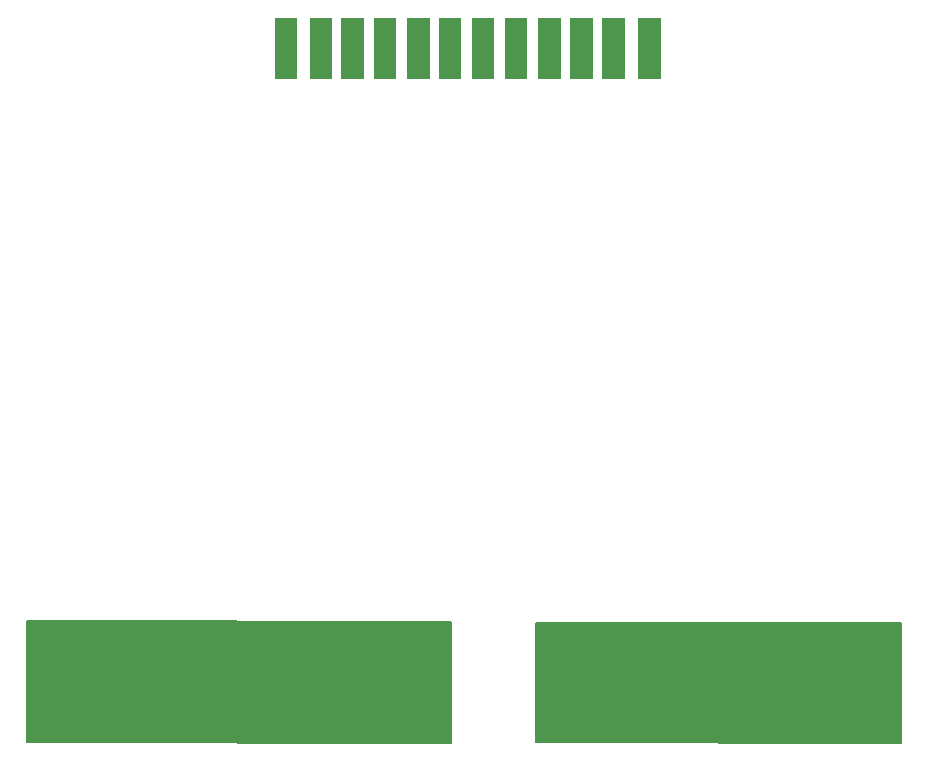
<source format=gbr>
%TF.GenerationSoftware,KiCad,Pcbnew,(6.0.2)*%
%TF.CreationDate,2022-05-14T16:30:45-05:00*%
%TF.ProjectId,REF1156 Mod 1110,52454631-3135-4362-904d-6f6420313131,rev?*%
%TF.SameCoordinates,Original*%
%TF.FileFunction,Soldermask,Bot*%
%TF.FilePolarity,Negative*%
%FSLAX46Y46*%
G04 Gerber Fmt 4.6, Leading zero omitted, Abs format (unit mm)*
G04 Created by KiCad (PCBNEW (6.0.2)) date 2022-05-14 16:30:45*
%MOMM*%
%LPD*%
G01*
G04 APERTURE LIST*
%ADD10C,0.000000*%
%ADD11C,0.640000*%
G04 APERTURE END LIST*
D10*
G36*
X137938000Y-78920400D02*
G01*
X136038000Y-78920400D01*
X136038000Y-73800400D01*
X137938000Y-73800400D01*
X137938000Y-78920400D01*
G37*
D11*
X132860500Y-125215700D02*
X132860500Y-134740700D01*
X179056800Y-125255400D02*
X179056800Y-134780400D01*
D10*
G36*
X154646500Y-78920400D02*
G01*
X152746500Y-78920400D01*
X152746500Y-73800400D01*
X154646500Y-73800400D01*
X154646500Y-78920400D01*
G37*
D11*
X161991200Y-125255400D02*
X161991200Y-134780400D01*
X155919000Y-125255400D02*
X155919000Y-134780400D01*
X157982700Y-125255400D02*
X157982700Y-134780400D01*
X127859900Y-125215700D02*
X127859900Y-134740700D01*
X177072400Y-125255400D02*
X177072400Y-134780400D01*
X125835900Y-125215700D02*
X125835900Y-134740700D01*
X109802100Y-125215700D02*
X109802100Y-134740700D01*
D10*
G36*
X135279000Y-78920400D02*
G01*
X133379000Y-78920400D01*
X133379000Y-73800400D01*
X135279000Y-73800400D01*
X135279000Y-78920400D01*
G37*
G36*
X160044000Y-78920400D02*
G01*
X158144000Y-78920400D01*
X158144000Y-73800400D01*
X160044000Y-73800400D01*
X160044000Y-78920400D01*
G37*
G36*
X146193000Y-78920400D02*
G01*
X144293000Y-78920400D01*
X144293000Y-73800400D01*
X146193000Y-73800400D01*
X146193000Y-78920400D01*
G37*
D11*
X142901500Y-125215700D02*
X142901500Y-134740700D01*
D10*
G36*
X163099900Y-78920400D02*
G01*
X161199900Y-78920400D01*
X161199900Y-73800400D01*
X163099900Y-73800400D01*
X163099900Y-78920400D01*
G37*
D11*
X119803300Y-125215700D02*
X119803300Y-134740700D01*
D10*
G36*
X143534000Y-78920400D02*
G01*
X141634000Y-78920400D01*
X141634000Y-73800400D01*
X143534000Y-73800400D01*
X143534000Y-78920400D01*
G37*
D11*
X126828000Y-125215700D02*
X126828000Y-134740700D01*
D10*
G36*
X143534000Y-78920400D02*
G01*
X141634000Y-78920400D01*
X141634000Y-73800400D01*
X143534000Y-73800400D01*
X143534000Y-78920400D01*
G37*
G36*
X137938000Y-78920400D02*
G01*
X136038000Y-78920400D01*
X136038000Y-73800400D01*
X137938000Y-73800400D01*
X137938000Y-78920400D01*
G37*
D11*
X114763000Y-125215700D02*
X114763000Y-134740700D01*
D10*
G36*
X140716200Y-78920400D02*
G01*
X138816200Y-78920400D01*
X138816200Y-73800400D01*
X140716200Y-73800400D01*
X140716200Y-78920400D01*
G37*
D11*
X120795500Y-125215700D02*
X120795500Y-134740700D01*
X156950900Y-125255400D02*
X156950900Y-134780400D01*
X135876800Y-125215700D02*
X135876800Y-134740700D01*
X134844900Y-125215700D02*
X134844900Y-134740700D01*
X154926800Y-125255400D02*
X154926800Y-134780400D01*
X133852700Y-125215700D02*
X133852700Y-134740700D01*
D10*
G36*
X149010900Y-78920400D02*
G01*
X147110900Y-78920400D01*
X147110900Y-73800400D01*
X149010900Y-73800400D01*
X149010900Y-78920400D01*
G37*
D11*
X143933300Y-125215700D02*
X143933300Y-134740700D01*
X153934600Y-125255400D02*
X153934600Y-134780400D01*
X122819600Y-125215700D02*
X122819600Y-134740700D01*
X169015900Y-125255400D02*
X169015900Y-134780400D01*
X110714900Y-125215700D02*
X110714900Y-134740700D01*
X152942400Y-125255400D02*
X152942400Y-134780400D01*
D10*
G36*
X132342100Y-78920400D02*
G01*
X130442100Y-78920400D01*
X130442100Y-73800400D01*
X132342100Y-73800400D01*
X132342100Y-78920400D01*
G37*
G36*
X149010900Y-78920400D02*
G01*
X147110900Y-78920400D01*
X147110900Y-73800400D01*
X149010900Y-73800400D01*
X149010900Y-78920400D01*
G37*
D11*
X112699300Y-125215700D02*
X112699300Y-134740700D01*
X111707100Y-125215700D02*
X111707100Y-134740700D01*
X123811800Y-125215700D02*
X123811800Y-134740700D01*
X128852100Y-125215700D02*
X128852100Y-134740700D01*
X144925500Y-125215700D02*
X144925500Y-134740700D01*
X115755200Y-125215700D02*
X115755200Y-134740700D01*
X175048300Y-125255400D02*
X175048300Y-134780400D01*
D10*
G36*
X157345200Y-78920400D02*
G01*
X155445200Y-78920400D01*
X155445200Y-73800400D01*
X157345200Y-73800400D01*
X157345200Y-78920400D01*
G37*
D11*
X136908700Y-125215700D02*
X136908700Y-134740700D01*
X137861200Y-125215700D02*
X137861200Y-134740700D01*
X158974900Y-125255400D02*
X158974900Y-134780400D01*
X172071800Y-125255400D02*
X172071800Y-134780400D01*
X178064600Y-125255400D02*
X178064600Y-134780400D01*
X160006800Y-125255400D02*
X160006800Y-134780400D01*
X174056200Y-125255400D02*
X174056200Y-134780400D01*
X121748000Y-125255400D02*
X121748000Y-134780400D01*
X171039900Y-125255400D02*
X171039900Y-134780400D01*
X164015200Y-125255400D02*
X164015200Y-134780400D01*
X170047700Y-125255400D02*
X170047700Y-134780400D01*
D10*
G36*
X151789000Y-78920400D02*
G01*
X149889000Y-78920400D01*
X149889000Y-73800400D01*
X151789000Y-73800400D01*
X151789000Y-78920400D01*
G37*
D11*
X138893000Y-125215700D02*
X138893000Y-134740700D01*
D10*
G36*
X157345200Y-78920400D02*
G01*
X155445200Y-78920400D01*
X155445200Y-73800400D01*
X157345200Y-73800400D01*
X157345200Y-78920400D01*
G37*
D11*
X176040500Y-125255400D02*
X176040500Y-134780400D01*
D10*
G36*
X154646500Y-78920400D02*
G01*
X152746500Y-78920400D01*
X152746500Y-73800400D01*
X154646500Y-73800400D01*
X154646500Y-78920400D01*
G37*
D11*
X116787100Y-125215700D02*
X116787100Y-134740700D01*
X131868300Y-125215700D02*
X131868300Y-134740700D01*
X182112700Y-125255400D02*
X182112700Y-134780400D01*
X129844300Y-125215700D02*
X129844300Y-134740700D01*
X168023700Y-125255400D02*
X168023700Y-134780400D01*
X163023000Y-125255400D02*
X163023000Y-134780400D01*
X124804000Y-125215700D02*
X124804000Y-134740700D01*
X141909300Y-125215700D02*
X141909300Y-134740700D01*
X173064000Y-125255400D02*
X173064000Y-134780400D01*
D10*
G36*
X132342100Y-78920400D02*
G01*
X130442100Y-78920400D01*
X130442100Y-73800400D01*
X132342100Y-73800400D01*
X132342100Y-78920400D01*
G37*
G36*
X151789000Y-78920400D02*
G01*
X149889000Y-78920400D01*
X149889000Y-73800400D01*
X151789000Y-73800400D01*
X151789000Y-78920400D01*
G37*
D11*
X160999000Y-125255400D02*
X160999000Y-134780400D01*
D10*
G36*
X146193000Y-78920400D02*
G01*
X144293000Y-78920400D01*
X144293000Y-73800400D01*
X146193000Y-73800400D01*
X146193000Y-78920400D01*
G37*
D11*
X139885200Y-125215700D02*
X139885200Y-134740700D01*
X130836500Y-125215700D02*
X130836500Y-134740700D01*
X118771500Y-125215700D02*
X118771500Y-134740700D01*
X183104900Y-125255400D02*
X183104900Y-134780400D01*
X167031500Y-125255400D02*
X167031500Y-134780400D01*
D10*
G36*
X160044000Y-78920400D02*
G01*
X158144000Y-78920400D01*
X158144000Y-73800400D01*
X160044000Y-73800400D01*
X160044000Y-78920400D01*
G37*
D11*
X181080900Y-125255400D02*
X181080900Y-134780400D01*
D10*
G36*
X135279000Y-78920400D02*
G01*
X133379000Y-78920400D01*
X133379000Y-73800400D01*
X135279000Y-73800400D01*
X135279000Y-78920400D01*
G37*
D11*
X140837700Y-125215700D02*
X140837700Y-134740700D01*
D10*
G36*
X163099900Y-78920400D02*
G01*
X161199900Y-78920400D01*
X161199900Y-73800400D01*
X163099900Y-73800400D01*
X163099900Y-78920400D01*
G37*
D11*
X180088700Y-125255400D02*
X180088700Y-134780400D01*
X164967700Y-125295100D02*
X164967700Y-134820100D01*
D10*
G36*
X140716200Y-78920400D02*
G01*
X138816200Y-78920400D01*
X138816200Y-73800400D01*
X140716200Y-73800400D01*
X140716200Y-78920400D01*
G37*
D11*
X165999600Y-125255400D02*
X165999600Y-134780400D01*
X117779300Y-125215700D02*
X117779300Y-134740700D01*
X113731200Y-125215700D02*
X113731200Y-134740700D01*
G36*
X183462606Y-124916009D02*
G01*
X183509106Y-124969659D01*
X183520498Y-125021516D01*
X183560497Y-135109186D01*
X183540765Y-135177386D01*
X183487294Y-135224091D01*
X183434186Y-135235686D01*
X152583093Y-135159312D01*
X152515022Y-135139141D01*
X152468662Y-135085370D01*
X152457406Y-135032907D01*
X152489596Y-125025579D01*
X152509817Y-124957523D01*
X152563622Y-124911203D01*
X152615579Y-124899984D01*
X183394483Y-124896016D01*
X183462606Y-124916009D01*
G37*
G36*
X145297149Y-124824815D02*
G01*
X145365240Y-124844917D01*
X145411654Y-124898641D01*
X145422964Y-124950851D01*
X145420036Y-135112851D01*
X145400014Y-135180966D01*
X145346345Y-135227444D01*
X145293851Y-135238815D01*
X109475779Y-135186185D01*
X109407688Y-135166083D01*
X109361274Y-135112359D01*
X109349964Y-135060221D01*
X109347036Y-124898221D01*
X109367018Y-124830095D01*
X109420661Y-124783586D01*
X109473221Y-124772185D01*
X145297149Y-124824815D01*
G37*
M02*

</source>
